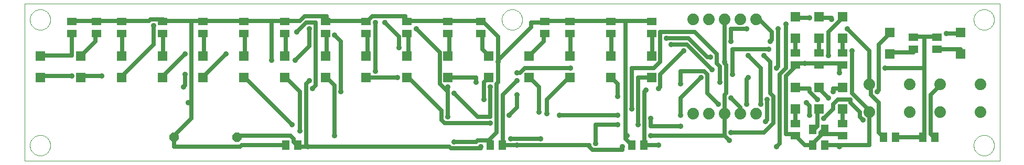
<source format=gtl>
G75*
G70*
%OFA0B0*%
%FSLAX24Y24*%
%IPPOS*%
%LPD*%
%AMOC8*
5,1,8,0,0,1.08239X$1,22.5*
%
%ADD10C,0.0000*%
%ADD11R,0.0591X0.0591*%
%ADD12R,0.0591X0.0512*%
%ADD13C,0.0740*%
%ADD14R,0.0512X0.0591*%
%ADD15R,0.0512X0.0630*%
%ADD16OC8,0.0600*%
%ADD17C,0.0250*%
%ADD18C,0.0360*%
D10*
X000236Y000635D02*
X000236Y010635D01*
X062236Y010635D01*
X062236Y000635D01*
X000236Y000635D01*
X000586Y001635D02*
X000588Y001685D01*
X000594Y001735D01*
X000604Y001785D01*
X000617Y001833D01*
X000634Y001881D01*
X000655Y001927D01*
X000679Y001971D01*
X000707Y002013D01*
X000738Y002053D01*
X000772Y002090D01*
X000809Y002125D01*
X000848Y002156D01*
X000889Y002185D01*
X000933Y002210D01*
X000979Y002232D01*
X001026Y002250D01*
X001074Y002264D01*
X001123Y002275D01*
X001173Y002282D01*
X001223Y002285D01*
X001274Y002284D01*
X001324Y002279D01*
X001374Y002270D01*
X001422Y002258D01*
X001470Y002241D01*
X001516Y002221D01*
X001561Y002198D01*
X001604Y002171D01*
X001644Y002141D01*
X001682Y002108D01*
X001717Y002072D01*
X001750Y002033D01*
X001779Y001992D01*
X001805Y001949D01*
X001828Y001904D01*
X001847Y001857D01*
X001862Y001809D01*
X001874Y001760D01*
X001882Y001710D01*
X001886Y001660D01*
X001886Y001610D01*
X001882Y001560D01*
X001874Y001510D01*
X001862Y001461D01*
X001847Y001413D01*
X001828Y001366D01*
X001805Y001321D01*
X001779Y001278D01*
X001750Y001237D01*
X001717Y001198D01*
X001682Y001162D01*
X001644Y001129D01*
X001604Y001099D01*
X001561Y001072D01*
X001516Y001049D01*
X001470Y001029D01*
X001422Y001012D01*
X001374Y001000D01*
X001324Y000991D01*
X001274Y000986D01*
X001223Y000985D01*
X001173Y000988D01*
X001123Y000995D01*
X001074Y001006D01*
X001026Y001020D01*
X000979Y001038D01*
X000933Y001060D01*
X000889Y001085D01*
X000848Y001114D01*
X000809Y001145D01*
X000772Y001180D01*
X000738Y001217D01*
X000707Y001257D01*
X000679Y001299D01*
X000655Y001343D01*
X000634Y001389D01*
X000617Y001437D01*
X000604Y001485D01*
X000594Y001535D01*
X000588Y001585D01*
X000586Y001635D01*
X000586Y009635D02*
X000588Y009685D01*
X000594Y009735D01*
X000604Y009785D01*
X000617Y009833D01*
X000634Y009881D01*
X000655Y009927D01*
X000679Y009971D01*
X000707Y010013D01*
X000738Y010053D01*
X000772Y010090D01*
X000809Y010125D01*
X000848Y010156D01*
X000889Y010185D01*
X000933Y010210D01*
X000979Y010232D01*
X001026Y010250D01*
X001074Y010264D01*
X001123Y010275D01*
X001173Y010282D01*
X001223Y010285D01*
X001274Y010284D01*
X001324Y010279D01*
X001374Y010270D01*
X001422Y010258D01*
X001470Y010241D01*
X001516Y010221D01*
X001561Y010198D01*
X001604Y010171D01*
X001644Y010141D01*
X001682Y010108D01*
X001717Y010072D01*
X001750Y010033D01*
X001779Y009992D01*
X001805Y009949D01*
X001828Y009904D01*
X001847Y009857D01*
X001862Y009809D01*
X001874Y009760D01*
X001882Y009710D01*
X001886Y009660D01*
X001886Y009610D01*
X001882Y009560D01*
X001874Y009510D01*
X001862Y009461D01*
X001847Y009413D01*
X001828Y009366D01*
X001805Y009321D01*
X001779Y009278D01*
X001750Y009237D01*
X001717Y009198D01*
X001682Y009162D01*
X001644Y009129D01*
X001604Y009099D01*
X001561Y009072D01*
X001516Y009049D01*
X001470Y009029D01*
X001422Y009012D01*
X001374Y009000D01*
X001324Y008991D01*
X001274Y008986D01*
X001223Y008985D01*
X001173Y008988D01*
X001123Y008995D01*
X001074Y009006D01*
X001026Y009020D01*
X000979Y009038D01*
X000933Y009060D01*
X000889Y009085D01*
X000848Y009114D01*
X000809Y009145D01*
X000772Y009180D01*
X000738Y009217D01*
X000707Y009257D01*
X000679Y009299D01*
X000655Y009343D01*
X000634Y009389D01*
X000617Y009437D01*
X000604Y009485D01*
X000594Y009535D01*
X000588Y009585D01*
X000586Y009635D01*
X030586Y009635D02*
X030588Y009685D01*
X030594Y009735D01*
X030604Y009785D01*
X030617Y009833D01*
X030634Y009881D01*
X030655Y009927D01*
X030679Y009971D01*
X030707Y010013D01*
X030738Y010053D01*
X030772Y010090D01*
X030809Y010125D01*
X030848Y010156D01*
X030889Y010185D01*
X030933Y010210D01*
X030979Y010232D01*
X031026Y010250D01*
X031074Y010264D01*
X031123Y010275D01*
X031173Y010282D01*
X031223Y010285D01*
X031274Y010284D01*
X031324Y010279D01*
X031374Y010270D01*
X031422Y010258D01*
X031470Y010241D01*
X031516Y010221D01*
X031561Y010198D01*
X031604Y010171D01*
X031644Y010141D01*
X031682Y010108D01*
X031717Y010072D01*
X031750Y010033D01*
X031779Y009992D01*
X031805Y009949D01*
X031828Y009904D01*
X031847Y009857D01*
X031862Y009809D01*
X031874Y009760D01*
X031882Y009710D01*
X031886Y009660D01*
X031886Y009610D01*
X031882Y009560D01*
X031874Y009510D01*
X031862Y009461D01*
X031847Y009413D01*
X031828Y009366D01*
X031805Y009321D01*
X031779Y009278D01*
X031750Y009237D01*
X031717Y009198D01*
X031682Y009162D01*
X031644Y009129D01*
X031604Y009099D01*
X031561Y009072D01*
X031516Y009049D01*
X031470Y009029D01*
X031422Y009012D01*
X031374Y009000D01*
X031324Y008991D01*
X031274Y008986D01*
X031223Y008985D01*
X031173Y008988D01*
X031123Y008995D01*
X031074Y009006D01*
X031026Y009020D01*
X030979Y009038D01*
X030933Y009060D01*
X030889Y009085D01*
X030848Y009114D01*
X030809Y009145D01*
X030772Y009180D01*
X030738Y009217D01*
X030707Y009257D01*
X030679Y009299D01*
X030655Y009343D01*
X030634Y009389D01*
X030617Y009437D01*
X030604Y009485D01*
X030594Y009535D01*
X030588Y009585D01*
X030586Y009635D01*
X060586Y009635D02*
X060588Y009685D01*
X060594Y009735D01*
X060604Y009785D01*
X060617Y009833D01*
X060634Y009881D01*
X060655Y009927D01*
X060679Y009971D01*
X060707Y010013D01*
X060738Y010053D01*
X060772Y010090D01*
X060809Y010125D01*
X060848Y010156D01*
X060889Y010185D01*
X060933Y010210D01*
X060979Y010232D01*
X061026Y010250D01*
X061074Y010264D01*
X061123Y010275D01*
X061173Y010282D01*
X061223Y010285D01*
X061274Y010284D01*
X061324Y010279D01*
X061374Y010270D01*
X061422Y010258D01*
X061470Y010241D01*
X061516Y010221D01*
X061561Y010198D01*
X061604Y010171D01*
X061644Y010141D01*
X061682Y010108D01*
X061717Y010072D01*
X061750Y010033D01*
X061779Y009992D01*
X061805Y009949D01*
X061828Y009904D01*
X061847Y009857D01*
X061862Y009809D01*
X061874Y009760D01*
X061882Y009710D01*
X061886Y009660D01*
X061886Y009610D01*
X061882Y009560D01*
X061874Y009510D01*
X061862Y009461D01*
X061847Y009413D01*
X061828Y009366D01*
X061805Y009321D01*
X061779Y009278D01*
X061750Y009237D01*
X061717Y009198D01*
X061682Y009162D01*
X061644Y009129D01*
X061604Y009099D01*
X061561Y009072D01*
X061516Y009049D01*
X061470Y009029D01*
X061422Y009012D01*
X061374Y009000D01*
X061324Y008991D01*
X061274Y008986D01*
X061223Y008985D01*
X061173Y008988D01*
X061123Y008995D01*
X061074Y009006D01*
X061026Y009020D01*
X060979Y009038D01*
X060933Y009060D01*
X060889Y009085D01*
X060848Y009114D01*
X060809Y009145D01*
X060772Y009180D01*
X060738Y009217D01*
X060707Y009257D01*
X060679Y009299D01*
X060655Y009343D01*
X060634Y009389D01*
X060617Y009437D01*
X060604Y009485D01*
X060594Y009535D01*
X060588Y009585D01*
X060586Y009635D01*
X060586Y001635D02*
X060588Y001685D01*
X060594Y001735D01*
X060604Y001785D01*
X060617Y001833D01*
X060634Y001881D01*
X060655Y001927D01*
X060679Y001971D01*
X060707Y002013D01*
X060738Y002053D01*
X060772Y002090D01*
X060809Y002125D01*
X060848Y002156D01*
X060889Y002185D01*
X060933Y002210D01*
X060979Y002232D01*
X061026Y002250D01*
X061074Y002264D01*
X061123Y002275D01*
X061173Y002282D01*
X061223Y002285D01*
X061274Y002284D01*
X061324Y002279D01*
X061374Y002270D01*
X061422Y002258D01*
X061470Y002241D01*
X061516Y002221D01*
X061561Y002198D01*
X061604Y002171D01*
X061644Y002141D01*
X061682Y002108D01*
X061717Y002072D01*
X061750Y002033D01*
X061779Y001992D01*
X061805Y001949D01*
X061828Y001904D01*
X061847Y001857D01*
X061862Y001809D01*
X061874Y001760D01*
X061882Y001710D01*
X061886Y001660D01*
X061886Y001610D01*
X061882Y001560D01*
X061874Y001510D01*
X061862Y001461D01*
X061847Y001413D01*
X061828Y001366D01*
X061805Y001321D01*
X061779Y001278D01*
X061750Y001237D01*
X061717Y001198D01*
X061682Y001162D01*
X061644Y001129D01*
X061604Y001099D01*
X061561Y001072D01*
X061516Y001049D01*
X061470Y001029D01*
X061422Y001012D01*
X061374Y001000D01*
X061324Y000991D01*
X061274Y000986D01*
X061223Y000985D01*
X061173Y000988D01*
X061123Y000995D01*
X061074Y001006D01*
X061026Y001020D01*
X060979Y001038D01*
X060933Y001060D01*
X060889Y001085D01*
X060848Y001114D01*
X060809Y001145D01*
X060772Y001180D01*
X060738Y001217D01*
X060707Y001257D01*
X060679Y001299D01*
X060655Y001343D01*
X060634Y001389D01*
X060617Y001437D01*
X060604Y001485D01*
X060594Y001535D01*
X060588Y001585D01*
X060586Y001635D01*
D11*
X052236Y003946D03*
X050736Y003946D03*
X049236Y003946D03*
X049236Y005324D03*
X050736Y005324D03*
X052236Y005324D03*
X055236Y007446D03*
X059736Y007446D03*
X059736Y008824D03*
X055236Y008824D03*
X052236Y008446D03*
X050736Y008446D03*
X049236Y008446D03*
X049236Y009824D03*
X050736Y009824D03*
X052236Y009824D03*
X040106Y007324D03*
X037514Y007324D03*
X034923Y007324D03*
X032332Y007324D03*
X029740Y007324D03*
X027149Y007324D03*
X024558Y007324D03*
X021966Y007324D03*
X019375Y007324D03*
X016784Y007324D03*
X014192Y007324D03*
X011601Y007324D03*
X009010Y007324D03*
X006418Y007324D03*
X003827Y007324D03*
X001236Y007324D03*
X001236Y005946D03*
X003827Y005946D03*
X006418Y005946D03*
X009010Y005946D03*
X011601Y005946D03*
X014192Y005946D03*
X016784Y005946D03*
X019375Y005946D03*
X021966Y005946D03*
X024558Y005946D03*
X027149Y005946D03*
X029740Y005946D03*
X032332Y005946D03*
X034923Y005946D03*
X037514Y005946D03*
X040106Y005946D03*
D12*
X049236Y006761D03*
X050736Y006761D03*
X052236Y006761D03*
X052236Y007509D03*
X050736Y007509D03*
X049236Y007509D03*
X056736Y007761D03*
X058236Y007761D03*
X058236Y008509D03*
X056736Y008509D03*
X040106Y008761D03*
X037514Y008761D03*
X034923Y008761D03*
X033332Y008761D03*
X033332Y009509D03*
X034923Y009509D03*
X037514Y009509D03*
X040106Y009509D03*
X029240Y009509D03*
X027149Y009509D03*
X024558Y009509D03*
X021966Y009509D03*
X019375Y009509D03*
X016784Y009509D03*
X014192Y009509D03*
X011601Y009509D03*
X009010Y009509D03*
X006418Y009509D03*
X004827Y009509D03*
X003236Y009509D03*
X003236Y008761D03*
X004827Y008761D03*
X006418Y008761D03*
X009010Y008761D03*
X011601Y008761D03*
X014192Y008761D03*
X016784Y008761D03*
X019375Y008761D03*
X021966Y008761D03*
X024558Y008761D03*
X027149Y008761D03*
X029240Y008761D03*
X049236Y003009D03*
X052236Y003009D03*
X052236Y002261D03*
X049236Y002261D03*
D13*
X046736Y003635D03*
X045736Y003635D03*
X044736Y003635D03*
X043736Y003635D03*
X042736Y003635D03*
X053956Y003745D03*
X056516Y003745D03*
X058456Y003745D03*
X061016Y003745D03*
X061016Y005525D03*
X058456Y005525D03*
X056516Y005525D03*
X053956Y005525D03*
X046736Y009635D03*
X045736Y009635D03*
X044736Y009635D03*
X043736Y009635D03*
X042736Y009635D03*
D14*
X050362Y002635D03*
X051110Y002635D03*
X054862Y002135D03*
X055610Y002135D03*
X057362Y002135D03*
X058110Y002135D03*
D15*
X051129Y001635D03*
X050342Y001635D03*
X039629Y001635D03*
X038842Y001635D03*
X030629Y001635D03*
X029842Y001635D03*
X017629Y001635D03*
X016842Y001635D03*
D16*
X013736Y002135D03*
X009736Y002135D03*
D17*
X009736Y002235D01*
X010836Y003335D01*
X010836Y004335D01*
X010636Y004335D01*
X010836Y004335D02*
X010836Y009535D01*
X009036Y009535D01*
X009010Y009509D01*
X009036Y009635D01*
X008236Y009635D01*
X008136Y009535D01*
X006536Y009535D01*
X006418Y009509D01*
X006336Y009535D01*
X004936Y009535D01*
X004827Y009509D01*
X004736Y009535D01*
X003236Y009535D01*
X003236Y009509D01*
X003236Y008761D02*
X003236Y007335D01*
X001236Y007335D01*
X001236Y007324D01*
X003827Y007324D02*
X003836Y007335D01*
X004736Y008235D01*
X004736Y008735D01*
X004827Y008761D01*
X006418Y008761D02*
X006436Y008735D01*
X006436Y007335D01*
X006418Y007324D01*
X009010Y007324D02*
X009036Y007335D01*
X009036Y008735D01*
X009010Y008761D01*
X008436Y009235D02*
X008436Y008035D01*
X006436Y006035D01*
X006418Y005946D01*
X005136Y006035D02*
X003836Y006035D01*
X003827Y005946D01*
X003236Y006035D02*
X001236Y006035D01*
X001236Y005946D01*
X009010Y005946D02*
X009036Y006035D01*
X010436Y007435D01*
X011601Y007324D02*
X011636Y007335D01*
X011636Y008735D01*
X011601Y008761D01*
X014192Y008761D02*
X014236Y008735D01*
X014236Y007335D01*
X014192Y007324D01*
X013036Y007435D02*
X011636Y006035D01*
X011601Y005946D01*
X010436Y006135D02*
X010436Y005435D01*
X010336Y005335D01*
X014192Y005946D02*
X014236Y005935D01*
X017236Y002935D01*
X017736Y002535D02*
X017736Y005035D01*
X016836Y005935D01*
X016784Y005946D01*
X018136Y005535D02*
X018336Y005735D01*
X018136Y005535D02*
X018136Y001635D01*
X018236Y001535D01*
X027236Y001535D01*
X027336Y001435D01*
X029236Y001435D01*
X029236Y001535D01*
X029836Y001635D02*
X029842Y001635D01*
X029836Y001635D02*
X029836Y001935D01*
X029836Y002035D01*
X030236Y002435D01*
X030236Y005535D01*
X030336Y005635D01*
X030336Y006935D01*
X030336Y007135D01*
X030436Y007135D01*
X032436Y009135D01*
X032436Y009435D01*
X033236Y009435D01*
X033332Y009509D01*
X033336Y009535D01*
X034836Y009535D01*
X034923Y009509D01*
X035036Y009535D01*
X037436Y009535D01*
X037514Y009509D01*
X037636Y009535D01*
X038436Y009535D01*
X038436Y002235D01*
X038536Y002235D01*
X038436Y002235D02*
X038436Y002035D01*
X038836Y001635D01*
X038842Y001635D01*
X038236Y001535D02*
X038236Y001335D01*
X036336Y001335D01*
X036136Y001535D01*
X036136Y001635D01*
X031536Y001635D01*
X030629Y001635D01*
X030636Y001735D01*
X030636Y004835D01*
X031536Y005735D01*
X032332Y005946D02*
X032336Y005935D01*
X032936Y005335D01*
X032936Y003735D01*
X033436Y003635D02*
X033436Y004535D01*
X034836Y005935D01*
X034923Y005946D01*
X034936Y006535D02*
X032036Y006535D01*
X031736Y006235D01*
X031536Y006235D01*
X029740Y005946D02*
X029736Y005935D01*
X029436Y005635D01*
X029436Y004535D01*
X029036Y003435D02*
X027536Y004935D01*
X027136Y005135D02*
X027036Y005135D01*
X026636Y005535D01*
X026636Y007535D01*
X025136Y009035D01*
X024636Y008735D02*
X024558Y008761D01*
X024636Y008735D02*
X024636Y007335D01*
X024558Y007324D01*
X024036Y007835D02*
X024036Y008535D01*
X023136Y009435D01*
X022536Y009435D02*
X022536Y006335D01*
X022036Y005935D02*
X021966Y005946D01*
X022036Y005935D02*
X023936Y005935D01*
X024558Y005946D02*
X024636Y005935D01*
X026736Y003835D01*
X026736Y003235D01*
X026936Y003035D01*
X029836Y003035D01*
X029836Y003435D02*
X029036Y003435D01*
X029836Y003435D02*
X029836Y005335D01*
X028936Y005635D02*
X028936Y005935D01*
X027236Y005935D01*
X027149Y005946D01*
X027136Y005335D02*
X027136Y005135D01*
X027136Y003435D01*
X031036Y003535D02*
X031536Y004035D01*
X031536Y004835D01*
X037514Y005946D02*
X037536Y005935D01*
X037936Y005535D01*
X037936Y004735D01*
X039636Y005035D02*
X039736Y005135D01*
X039636Y005035D02*
X039636Y001735D01*
X039629Y001635D01*
X040536Y001635D01*
X040036Y002235D02*
X044736Y002235D01*
X044736Y003635D01*
X044736Y004835D01*
X044836Y004935D01*
X044836Y006735D01*
X044736Y006835D01*
X044736Y006935D01*
X044736Y009635D01*
X046736Y009635D02*
X046936Y009635D01*
X047736Y008835D01*
X047736Y008335D01*
X047636Y008235D01*
X049236Y008446D02*
X049236Y007509D01*
X047536Y007735D02*
X045236Y007735D01*
X045236Y006135D01*
X046136Y005835D02*
X046136Y004235D01*
X045736Y004035D02*
X045736Y003635D01*
X045736Y004035D02*
X045136Y004635D01*
X044336Y004235D02*
X043636Y004935D01*
X043636Y006135D01*
X043436Y006335D01*
X041936Y006335D01*
X041936Y005535D01*
X040636Y005335D02*
X040536Y005235D01*
X040636Y005335D02*
X040636Y006135D01*
X042136Y007635D01*
X042336Y008035D02*
X041336Y008035D01*
X042336Y008035D02*
X043936Y006435D01*
X044236Y006835D02*
X044436Y006635D01*
X044436Y005635D01*
X043236Y005935D02*
X041936Y004635D01*
X041936Y003535D01*
X040036Y003335D02*
X040036Y002835D01*
X041936Y002835D01*
X039236Y002935D02*
X039236Y005935D01*
X040036Y005935D01*
X040106Y005946D01*
X040236Y006535D02*
X038836Y006535D01*
X038836Y003935D01*
X037936Y003535D02*
X034236Y003535D01*
X036536Y002935D02*
X036536Y001735D01*
X033036Y002035D02*
X031136Y002035D01*
X029836Y001935D02*
X029036Y001935D01*
X028936Y001835D01*
X027536Y001835D01*
X019936Y002235D02*
X019936Y005435D01*
X019436Y005935D01*
X019375Y005946D01*
X018736Y005435D02*
X018536Y005235D01*
X018736Y005435D02*
X018736Y009435D01*
X018136Y009435D01*
X017536Y008835D01*
X016836Y008735D02*
X016784Y008761D01*
X016836Y008735D02*
X016836Y007335D01*
X016784Y007324D01*
X017436Y007035D02*
X018336Y007935D01*
X018336Y009035D01*
X019375Y008761D02*
X019436Y008735D01*
X019436Y007335D01*
X019375Y007324D01*
X021966Y007324D02*
X022036Y007335D01*
X022036Y008735D01*
X021966Y008761D01*
X020336Y008235D02*
X019936Y008635D01*
X020336Y008235D02*
X020336Y005035D01*
X015936Y007035D02*
X015936Y009535D01*
X014236Y009535D01*
X014192Y009509D01*
X014136Y009535D01*
X011636Y009535D01*
X011601Y009509D01*
X011536Y009535D01*
X010836Y009535D01*
X015936Y009535D02*
X016736Y009535D01*
X016784Y009509D01*
X016836Y009535D01*
X017736Y009535D01*
X018036Y009835D01*
X019436Y009835D01*
X019436Y009635D01*
X019375Y009509D01*
X019436Y009535D01*
X021936Y009535D01*
X021966Y009509D01*
X022036Y009535D01*
X022336Y009835D01*
X024436Y009835D01*
X024436Y009535D01*
X024558Y009509D01*
X024636Y009535D01*
X027136Y009535D01*
X027149Y009509D01*
X027236Y009535D01*
X029236Y009535D01*
X029240Y009509D01*
X029336Y009535D01*
X030336Y008535D01*
X030336Y007135D01*
X029740Y007324D02*
X029736Y007335D01*
X029336Y007735D01*
X029336Y008735D01*
X029240Y008761D01*
X027236Y008735D02*
X027149Y008761D01*
X027236Y008735D02*
X027236Y007335D01*
X027149Y007324D01*
X032332Y007324D02*
X032336Y007335D01*
X033236Y008235D01*
X033236Y008735D01*
X033332Y008761D01*
X034923Y008761D02*
X034936Y008735D01*
X034936Y007335D01*
X034923Y007324D01*
X037514Y007324D02*
X037536Y007335D01*
X037536Y008735D01*
X037514Y008761D01*
X040106Y008761D02*
X040136Y008735D01*
X040136Y007335D01*
X040106Y007324D01*
X040636Y006935D02*
X040236Y006535D01*
X040636Y006935D02*
X040636Y008835D01*
X042836Y008835D01*
X044236Y007435D01*
X044236Y006835D01*
X043836Y007235D02*
X043636Y007235D01*
X042436Y008435D01*
X041036Y008435D01*
X045136Y008235D02*
X045136Y009035D01*
X046136Y009035D01*
X048136Y009035D02*
X048136Y006635D01*
X048036Y006535D01*
X048236Y006135D02*
X048636Y006535D01*
X048636Y009335D01*
X049236Y009735D02*
X049236Y009824D01*
X049236Y009735D02*
X050136Y009735D01*
X050736Y009735D02*
X050736Y009824D01*
X050736Y009735D02*
X051536Y009735D01*
X051536Y009635D01*
X052236Y009735D02*
X052236Y009824D01*
X052236Y009735D02*
X051336Y008835D01*
X051336Y007335D01*
X050736Y007509D02*
X050736Y008446D01*
X052236Y008446D02*
X052236Y007509D01*
X052836Y007635D02*
X052836Y004935D01*
X053936Y003835D01*
X053956Y003745D01*
X053936Y003735D01*
X053936Y001635D01*
X052036Y001635D01*
X052036Y001535D01*
X052036Y001635D02*
X051129Y001635D01*
X050836Y002235D02*
X050336Y001735D01*
X050342Y001635D01*
X049836Y001635D01*
X049236Y002235D01*
X049236Y002261D01*
X049136Y002335D01*
X048636Y002335D01*
X048636Y006035D01*
X049136Y006535D01*
X049136Y006735D01*
X049236Y006761D01*
X049236Y006835D01*
X049836Y006835D01*
X050736Y006835D01*
X050736Y006761D01*
X050836Y006835D01*
X052236Y006835D01*
X052236Y006761D01*
X052036Y006735D01*
X052036Y006235D01*
X054936Y006535D02*
X057436Y006535D01*
X057436Y008535D01*
X056736Y008535D01*
X056736Y008509D01*
X057436Y008535D02*
X058236Y008535D01*
X058236Y008509D01*
X058836Y008735D02*
X059736Y008735D01*
X059736Y008824D01*
X055236Y008735D02*
X055236Y008824D01*
X055236Y008735D02*
X054536Y008035D01*
X054536Y005135D01*
X054436Y005035D01*
X054036Y004835D02*
X054036Y005435D01*
X053956Y005525D01*
X053936Y005635D01*
X053936Y007635D01*
X052536Y009035D01*
X056736Y007761D02*
X056736Y007535D01*
X055236Y007535D01*
X055236Y007446D01*
X058236Y007735D02*
X058236Y007761D01*
X058236Y007735D02*
X059736Y007735D01*
X059736Y007446D01*
X057436Y006535D02*
X057436Y002235D01*
X057362Y002135D01*
X055610Y002135D01*
X054862Y002135D02*
X054836Y002135D01*
X054536Y002435D01*
X054536Y004335D01*
X054036Y004835D01*
X052736Y004535D02*
X051936Y004535D01*
X051636Y004235D01*
X051636Y003935D01*
X051036Y003335D01*
X050136Y003535D02*
X050136Y004135D01*
X049936Y004335D01*
X050136Y005035D02*
X050636Y004535D01*
X051336Y004635D02*
X050736Y005235D01*
X050736Y005324D01*
X050136Y005235D02*
X050136Y005035D01*
X050136Y005235D02*
X049236Y005235D01*
X049236Y005324D01*
X047836Y004735D02*
X047636Y004935D01*
X047636Y006935D01*
X047236Y007335D01*
X047036Y006535D02*
X046236Y007335D01*
X047036Y006535D02*
X047036Y004235D01*
X047436Y004535D02*
X047436Y003235D01*
X047336Y003135D01*
X047836Y003035D02*
X047236Y002435D01*
X045136Y002435D01*
X044736Y002235D02*
X045036Y001935D01*
X048036Y001535D02*
X048236Y001735D01*
X048236Y006135D01*
X046236Y005935D02*
X046136Y005835D01*
X051636Y005235D02*
X051636Y005035D01*
X051636Y005235D02*
X052236Y005235D01*
X052236Y005324D01*
X052736Y004535D02*
X052736Y004335D01*
X053336Y003735D01*
X053336Y003435D01*
X053536Y003235D01*
X052236Y003009D02*
X052236Y003946D01*
X050736Y003935D02*
X050736Y003946D01*
X050736Y003935D02*
X050636Y003835D01*
X050636Y002835D01*
X050436Y002635D01*
X050362Y002635D01*
X050836Y002435D02*
X051036Y002635D01*
X051110Y002635D01*
X050836Y002435D02*
X050836Y002335D01*
X052236Y002335D01*
X052236Y002261D01*
X050836Y002235D02*
X050836Y002335D01*
X049236Y003009D02*
X049236Y003946D01*
X047836Y004735D02*
X047836Y003035D01*
X037936Y002935D02*
X036536Y002935D01*
X018236Y001535D02*
X017636Y001535D01*
X017629Y001635D01*
X017536Y001635D01*
X017336Y001835D01*
X017336Y002035D01*
X017136Y002235D01*
X013736Y002235D01*
X013736Y002135D01*
X014036Y001635D02*
X016842Y001635D01*
X014036Y001635D02*
X013936Y001535D01*
X009736Y001535D01*
X009736Y002135D01*
X040036Y009535D02*
X040106Y009509D01*
X040036Y009535D02*
X038436Y009535D01*
X058436Y005435D02*
X058456Y005525D01*
X058436Y005435D02*
X057836Y004835D01*
X057836Y002335D01*
X058036Y002135D01*
X058110Y002135D01*
D18*
X053536Y003235D03*
X051036Y003335D03*
X050136Y003535D03*
X047336Y003135D03*
X045136Y002435D03*
X045036Y001935D03*
X048036Y001535D03*
X052036Y001535D03*
X041936Y002835D03*
X040036Y003335D03*
X039236Y002935D03*
X037936Y002935D03*
X037936Y003535D03*
X038836Y003935D03*
X041936Y003535D03*
X044336Y004235D03*
X046136Y004235D03*
X047036Y004235D03*
X047436Y004535D03*
X045136Y004635D03*
X049936Y004335D03*
X050636Y004535D03*
X051336Y004635D03*
X051636Y005035D03*
X054436Y005035D03*
X052036Y006235D03*
X054936Y006535D03*
X051336Y007335D03*
X052836Y007635D03*
X049836Y006835D03*
X048036Y006535D03*
X045236Y006135D03*
X046236Y005935D03*
X044436Y005635D03*
X043236Y005935D03*
X041936Y005535D03*
X040536Y005235D03*
X039736Y005135D03*
X037936Y004735D03*
X032936Y003735D03*
X033436Y003635D03*
X034236Y003535D03*
X031036Y003535D03*
X029836Y003035D03*
X027136Y003435D03*
X029436Y004535D03*
X027536Y004935D03*
X027136Y005335D03*
X028936Y005635D03*
X029836Y005335D03*
X031536Y005735D03*
X031536Y006235D03*
X034936Y006535D03*
X030336Y006935D03*
X024036Y007835D03*
X019936Y008635D03*
X017536Y008835D03*
X018336Y009035D03*
X022536Y009435D03*
X023136Y009435D03*
X025136Y009035D03*
X017436Y007035D03*
X015936Y007035D03*
X013036Y007435D03*
X010436Y007435D03*
X010436Y006135D03*
X010336Y005335D03*
X005136Y006035D03*
X003236Y006035D03*
X010636Y004335D03*
X017236Y002935D03*
X017736Y002535D03*
X019936Y002235D03*
X018236Y001535D03*
X027536Y001835D03*
X029236Y001535D03*
X031536Y001635D03*
X031136Y002035D03*
X033036Y002035D03*
X036536Y001735D03*
X038236Y001535D03*
X040536Y001635D03*
X040036Y002235D03*
X038536Y002235D03*
X031536Y004835D03*
X023936Y005935D03*
X022536Y006335D03*
X018336Y005735D03*
X018536Y005235D03*
X020336Y005035D03*
X041036Y008435D03*
X041336Y008035D03*
X042136Y007635D03*
X043836Y007235D03*
X044736Y006935D03*
X043936Y006435D03*
X046236Y007335D03*
X047236Y007335D03*
X047536Y007735D03*
X047636Y008235D03*
X045136Y008235D03*
X046136Y009035D03*
X048136Y009035D03*
X048636Y009335D03*
X050136Y009735D03*
X051536Y009635D03*
X052536Y009035D03*
X058836Y008735D03*
X008436Y009235D03*
M02*

</source>
